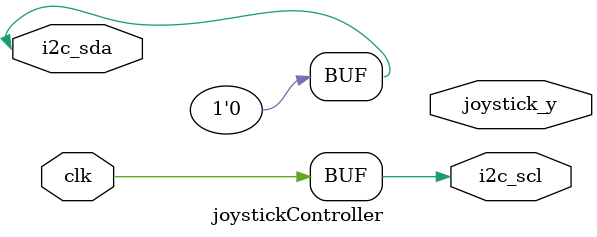
<source format=sv>
module joystickController(
    output logic i2c_scl,
    inout logic i2c_sda,
    input logic clk,
    output logic [7:0] joystick_y
);

    

    assign i2c_sda = {'hF0, 'h55, 'hFB, 'h00};
    assign i2c_scl = clk;


endmodule
</source>
